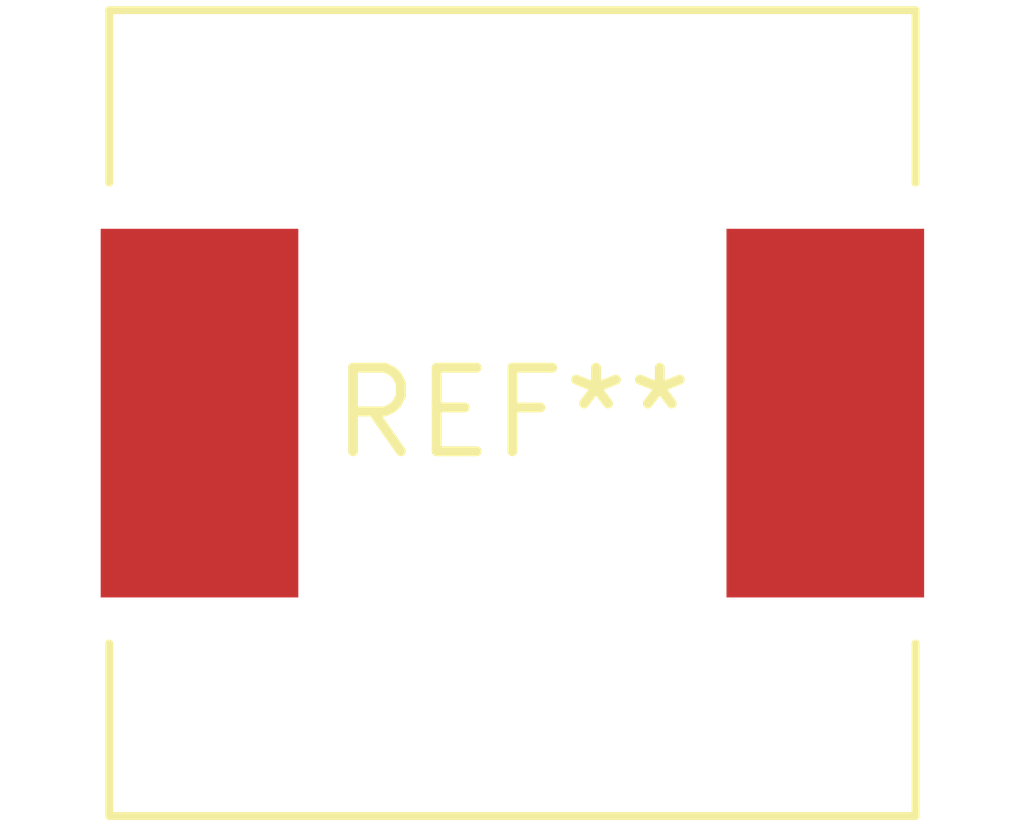
<source format=kicad_pcb>
(kicad_pcb (version 20240108) (generator pcbnew)
  (layers (0 "F.Cu" signal) (31 "B.Cu" signal) (34 "B.Paste" user) (35 "F.Paste" user) (36 "B.SilkS" user "B.Silkscreen") (37 "F.SilkS" user "F.Silkscreen") (38 "B.Mask" user) (39 "F.Mask" user) (44 "Edge.Cuts" user))
  (net 0 "")
  (footprint "L_Pulse_PA4320" (layer "F.Cu") (at 0 0)
    (property "Reference" "REF**")
    (property "Value" "L_Pulse_PA4320")
    (fp_line (start -6.12 -6.12) (end -6.12 -3.5) (layer "F.SilkS") (stroke (width 0.12)))
    (fp_line (start -6.12 -6.12) (end 6.12 -6.12) (layer "F.SilkS") (stroke (width 0.12)))
    (fp_line (start -6.12 3.5) (end -6.12 6.12) (layer "F.SilkS") (stroke (width 0.12)))
    (fp_line (start -6.12 6.12) (end 6.12 6.12) (layer "F.SilkS") (stroke (width 0.12)))
    (fp_line (start 6.12 -6.12) (end 6.12 -3.5) (layer "F.SilkS") (stroke (width 0.12)))
    (fp_line (start 6.12 3.5) (end 6.12 6.12) (layer "F.SilkS") (stroke (width 0.12)))
    (pad "1" smd rect (at -4.75 0 90) (size 5.6 3) (layers "F.Cu" "F.Paste" "F.Mask"))
    (pad "2" smd rect (at 4.75 0 90) (size 5.6 3) (layers "F.Cu" "F.Paste" "F.Mask"))
  )
)
</source>
